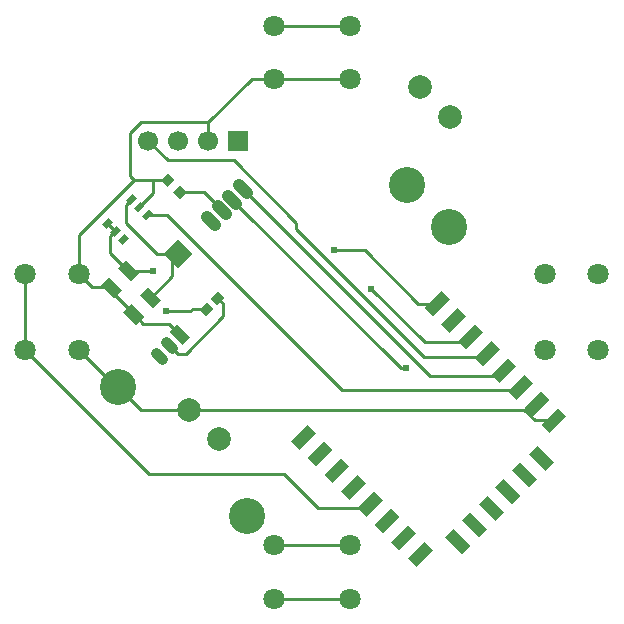
<source format=gtl>
G04 Layer: TopLayer*
G04 EasyEDA v6.5.5, 2022-05-12 22:16:57*
G04 08c4366467794e2483e8b99e1b790a1a,62a2711f98894334b0c9608ef6a587eb,10*
G04 Gerber Generator version 0.2*
G04 Scale: 100 percent, Rotated: No, Reflected: No *
G04 Dimensions in millimeters *
G04 leading zeros omitted , absolute positions ,4 integer and 5 decimal *
%FSLAX45Y45*%
%MOMM*%

%ADD11C,0.2600*%
%ADD12C,0.6100*%
%ADD18C,1.8000*%
%ADD19R,1.7000X1.7000*%
%ADD20C,1.7000*%
%ADD21C,3.0480*%
%ADD22C,3.0500*%
%ADD23C,2.0000*%
%ADD25C,0.9751*%
%ADD26C,0.9000*%

%LPD*%
D11*
X-763778Y861821D02*
G01*
X-915415Y1013460D01*
X-1115060Y1013460D01*
X-673862Y951484D02*
G01*
X751586Y-474218D01*
X795528Y-474218D01*
X493268Y-1624837D02*
G01*
X455421Y-1662429D01*
X51307Y-1662429D01*
X-238252Y-1372870D01*
X-1376934Y-1372870D01*
X-2424937Y-325120D01*
X-2424937Y-325120D02*
G01*
X-2424937Y324865D01*
X1766315Y-634745D02*
G01*
X1737360Y-663702D01*
X255778Y-663702D01*
X-1230376Y822705D01*
X-1392428Y822705D01*
X-1313687Y495300D02*
G01*
X-1573784Y755142D01*
X-1573784Y910081D01*
X-1526794Y956818D01*
X-1130300Y495300D02*
G01*
X-1182370Y495300D01*
X-1182370Y495300D02*
G01*
X-1313687Y495300D01*
X-1182370Y495300D02*
G01*
X-1182370Y303529D01*
X-1364487Y121412D01*
X1483360Y-352044D02*
G01*
X1455165Y-379984D01*
X947673Y-379984D01*
X-132334Y700023D01*
X-132334Y755904D01*
X-662431Y1286002D01*
X-1222502Y1286002D01*
X-1384300Y1447800D01*
X325120Y2424937D02*
G01*
X-324865Y2424937D01*
X-324865Y-2424937D02*
G01*
X325120Y-2424937D01*
X-1038097Y-828802D02*
G01*
X-1449323Y-828802D01*
X-1640586Y-637539D01*
X-1640586Y-637539D02*
G01*
X-1662429Y-637539D01*
X-1975104Y-325120D01*
X-1116584Y-189737D02*
G01*
X-1208023Y-98297D01*
X-1427479Y-98297D01*
X-1505712Y-19812D01*
X-1505712Y-19812D02*
G01*
X-1696212Y170687D01*
X-1696212Y208787D01*
X-1459737Y889762D02*
G01*
X-1343913Y1005586D01*
X-1343913Y1120139D01*
X-1221739Y1120139D02*
G01*
X-1343913Y1120139D01*
X1888744Y-917702D02*
G01*
X1799844Y-828802D01*
X-1038097Y-828802D01*
X2049018Y-917702D02*
G01*
X1888744Y-917702D01*
X325120Y1975104D02*
G01*
X-324865Y1975104D01*
X-1696212Y208787D02*
G01*
X-1858771Y208787D01*
X-1975104Y324865D01*
X-1975104Y324865D02*
G01*
X-1975104Y651510D01*
X-1506473Y1120139D01*
X-1506473Y1120139D02*
G01*
X-1343913Y1120139D01*
X-1506473Y1120139D02*
G01*
X-1539494Y1153160D01*
X-1539494Y1515363D01*
X-1448054Y1607057D01*
X-876300Y1607057D01*
X-876300Y1447800D02*
G01*
X-876300Y1607057D01*
X-876300Y1607057D02*
G01*
X-508254Y1975104D01*
X-324865Y1975104D01*
X-1206500Y-279400D02*
G01*
X-1134871Y-351028D01*
X-1066037Y-351028D01*
X-750062Y-35052D01*
X-750062Y70357D01*
X-797052Y117347D01*
X-1554987Y350012D02*
G01*
X-1708150Y503428D01*
X-1708150Y641350D01*
X-1664462Y685037D01*
X-1731518Y752094D02*
G01*
X-1664462Y685037D01*
X-324865Y-1975104D02*
G01*
X325120Y-1975104D01*
X-1554987Y350012D02*
G01*
X-1344676Y350012D01*
X-889000Y25400D02*
G01*
X-1012189Y25400D01*
X-1012189Y25400D02*
G01*
X-1026921Y10921D01*
X-1239012Y10921D01*
X1059179Y72389D02*
G01*
X898905Y72389D01*
X898905Y72389D02*
G01*
X447547Y523747D01*
X188976Y523747D01*
X-584200Y1041400D02*
G01*
X997457Y-540257D01*
X1577847Y-540257D01*
X1624837Y-493268D01*
X501395Y198881D02*
G01*
X957326Y-257047D01*
X1295400Y-257047D01*
X1341881Y-210565D01*
G36*
X-1162601Y1122095D02*
G01*
X-1223695Y1061001D01*
X-1280723Y1118029D01*
X-1219629Y1179123D01*
G37*
G36*
X-1113104Y1072598D02*
G01*
X-1174198Y1011504D01*
X-1117170Y954476D01*
X-1056076Y1015570D01*
G37*
G36*
X-1480563Y967188D02*
G01*
X-1537139Y910612D01*
X-1573237Y946713D01*
X-1516664Y1003289D01*
G37*
G36*
X-1413388Y900013D02*
G01*
X-1469961Y843437D01*
X-1506062Y879538D01*
X-1449486Y936111D01*
G37*
G36*
X-1346210Y832835D02*
G01*
X-1402786Y776262D01*
X-1438887Y812360D01*
X-1382311Y868936D01*
G37*
G36*
X-1685312Y762439D02*
G01*
X-1741888Y705863D01*
X-1777989Y741964D01*
X-1721413Y798537D01*
G37*
G36*
X-1618137Y695261D02*
G01*
X-1674713Y638688D01*
X-1710811Y674786D01*
X-1654238Y731362D01*
G37*
G36*
X-1550962Y628086D02*
G01*
X-1607535Y571510D01*
X-1643636Y607611D01*
X-1587060Y664187D01*
G37*
G36*
X-1786465Y228135D02*
G01*
X-1715757Y298846D01*
X-1606153Y189242D01*
X-1676864Y118534D01*
G37*
G36*
X-1645046Y369557D02*
G01*
X-1574335Y440265D01*
X-1464734Y330664D01*
X-1535442Y259953D01*
G37*
G36*
X-1595965Y-464D02*
G01*
X-1525257Y70246D01*
X-1415653Y-39357D01*
X-1486364Y-110065D01*
G37*
G36*
X-1454546Y140957D02*
G01*
X-1383835Y211665D01*
X-1274234Y102064D01*
X-1344942Y31353D01*
G37*
G36*
X1589356Y-316567D02*
G01*
X1447937Y-457989D01*
X1377226Y-387278D01*
X1518645Y-245856D01*
G37*
G36*
X1447990Y-175092D02*
G01*
X1306568Y-316514D01*
X1235857Y-245803D01*
X1377279Y-104381D01*
G37*
G36*
X1978106Y-1342158D02*
G01*
X1836684Y-1200739D01*
X1907395Y-1130028D01*
X2048814Y-1271447D01*
G37*
G36*
X1836630Y-1483527D02*
G01*
X1695208Y-1342105D01*
X1765919Y-1271394D01*
X1907341Y-1412816D01*
G37*
G36*
X1695262Y-1624893D02*
G01*
X1553842Y-1483471D01*
X1624553Y-1412763D01*
X1765973Y-1554182D01*
G37*
G36*
X1553789Y-1766369D02*
G01*
X1412367Y-1624947D01*
X1483078Y-1554236D01*
X1624497Y-1695658D01*
G37*
G36*
X1412420Y-1907664D02*
G01*
X1271000Y-1766242D01*
X1341709Y-1695533D01*
X1483131Y-1836953D01*
G37*
G36*
X1271252Y-2049048D02*
G01*
X1129830Y-1907628D01*
X1200541Y-1836917D01*
X1341960Y-1978339D01*
G37*
G36*
X-37091Y-1235913D02*
G01*
X104327Y-1094491D01*
X175039Y-1165202D01*
X33616Y-1306621D01*
G37*
G36*
X-178513Y-1094491D02*
G01*
X-37091Y-953068D01*
X33616Y-1023780D01*
X-107802Y-1165202D01*
G37*
G36*
X-949078Y21897D02*
G01*
X-885497Y85478D01*
X-828921Y28902D01*
X-892502Y-34678D01*
G37*
G36*
X-857120Y113855D02*
G01*
X-793539Y177436D01*
X-736963Y120860D01*
X-800544Y57279D01*
G37*
D18*
G01*
X324993Y-2424988D03*
G01*
X-324993Y-2424988D03*
G01*
X324993Y-1975002D03*
G01*
X-324993Y-1975002D03*
G01*
X-2424988Y-324993D03*
G01*
X-2424988Y324993D03*
G01*
X-1975002Y-324993D03*
G01*
X-1975002Y324993D03*
G01*
X-324993Y2424988D03*
G01*
X324993Y2424988D03*
G01*
X-324993Y1975002D03*
G01*
X324993Y1975002D03*
G01*
X1975027Y-324993D03*
G01*
X1975027Y324993D03*
G01*
X2425014Y-324993D03*
G01*
X2425014Y324993D03*
G36*
X-1130300Y615510D02*
G01*
X-1010089Y495300D01*
X-1130300Y375089D01*
X-1250510Y495300D01*
G37*
D19*
G01*
X-622300Y1447800D03*
D20*
G01*
X-876300Y1447825D03*
G01*
X-1130300Y1447825D03*
G01*
X-1384325Y1447800D03*
G36*
X104327Y-1377332D02*
G01*
X245750Y-1235913D01*
X316458Y-1306621D01*
X175039Y-1448043D01*
G37*
G36*
X1165148Y107749D02*
G01*
X1023726Y-33672D01*
X953015Y37038D01*
X1094437Y178460D01*
G37*
G36*
X1306550Y-33690D02*
G01*
X1165131Y-175110D01*
X1094419Y-104399D01*
X1235839Y37020D01*
G37*
G36*
X1730832Y-457934D02*
G01*
X1589410Y-599356D01*
X1518701Y-528645D01*
X1660121Y-387222D01*
G37*
G36*
X1872310Y-599302D02*
G01*
X1730888Y-740724D01*
X1660177Y-670013D01*
X1801599Y-528594D01*
G37*
G36*
X2013640Y-740813D02*
G01*
X1872218Y-882235D01*
X1801507Y-811524D01*
X1942929Y-670105D01*
G37*
G36*
X2154953Y-882342D02*
G01*
X2013531Y-1023764D01*
X1942823Y-953053D01*
X2084242Y-811634D01*
G37*
G36*
X811489Y-2084387D02*
G01*
X952911Y-1942965D01*
X1023620Y-2013676D01*
X882200Y-2155096D01*
G37*
G36*
X670013Y-1943018D02*
G01*
X811436Y-1801599D01*
X882147Y-1872310D01*
X740724Y-2013729D01*
G37*
G36*
X528594Y-1801599D02*
G01*
X670013Y-1660177D01*
X740724Y-1730888D01*
X599302Y-1872310D01*
G37*
G36*
X387169Y-1660174D02*
G01*
X528591Y-1518754D01*
X599302Y-1589465D01*
X457880Y-1730885D01*
G37*
G36*
X245750Y-1518754D02*
G01*
X387169Y-1377332D01*
X457880Y-1448043D01*
X316458Y-1589465D01*
G37*
D21*
G01*
X-1640662Y-637489D03*
G01*
X-551713Y-1726437D03*
G01*
X806094Y1073607D03*
D22*
G01*
X1159560Y720140D03*
D23*
G01*
X-790676Y-1076223D03*
G01*
X-1038148Y-828751D03*
G01*
X917676Y1901723D03*
G01*
X1165148Y1654251D03*
G36*
X-1141445Y-101208D02*
G01*
X-1205087Y-164848D01*
X-1091948Y-277987D01*
X-1028308Y-214345D01*
G37*
D12*
G01*
X795528Y-474218D03*
G01*
X-1344676Y350012D03*
G01*
X-1239012Y10921D03*
G01*
X188976Y523747D03*
G01*
X501395Y198881D03*
D25*
X-819152Y737516D02*
G01*
X-888083Y806447D01*
X-729338Y827331D02*
G01*
X-798268Y896261D01*
X-639523Y917120D02*
G01*
X-708454Y986050D01*
X-549734Y1006934D02*
G01*
X-618665Y1075865D01*
D26*
X-1231249Y-254650D02*
G01*
X-1181750Y-304149D01*
X-1321038Y-344464D02*
G01*
X-1271539Y-393964D01*
M02*

</source>
